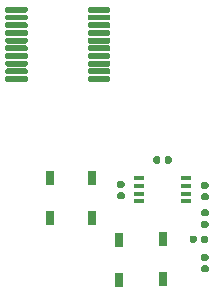
<source format=gbr>
%TF.GenerationSoftware,KiCad,Pcbnew,(5.1.6)-1*%
%TF.CreationDate,2020-09-22T22:17:54+03:00*%
%TF.ProjectId,Tape devboard,54617065-2064-4657-9662-6f6172642e6b,rev?*%
%TF.SameCoordinates,Original*%
%TF.FileFunction,Paste,Top*%
%TF.FilePolarity,Positive*%
%FSLAX46Y46*%
G04 Gerber Fmt 4.6, Leading zero omitted, Abs format (unit mm)*
G04 Created by KiCad (PCBNEW (5.1.6)-1) date 2020-09-22 22:17:54*
%MOMM*%
%LPD*%
G01*
G04 APERTURE LIST*
%ADD10R,0.950000X0.450000*%
%ADD11R,0.750000X1.200000*%
G04 APERTURE END LIST*
%TO.C,U10*%
G36*
G01*
X131201000Y-72384000D02*
X131201000Y-72134000D01*
G75*
G02*
X131326000Y-72009000I125000J0D01*
G01*
X132976000Y-72009000D01*
G75*
G02*
X133101000Y-72134000I0J-125000D01*
G01*
X133101000Y-72384000D01*
G75*
G02*
X132976000Y-72509000I-125000J0D01*
G01*
X131326000Y-72509000D01*
G75*
G02*
X131201000Y-72384000I0J125000D01*
G01*
G37*
G36*
G01*
X131201000Y-73034000D02*
X131201000Y-72784000D01*
G75*
G02*
X131326000Y-72659000I125000J0D01*
G01*
X132976000Y-72659000D01*
G75*
G02*
X133101000Y-72784000I0J-125000D01*
G01*
X133101000Y-73034000D01*
G75*
G02*
X132976000Y-73159000I-125000J0D01*
G01*
X131326000Y-73159000D01*
G75*
G02*
X131201000Y-73034000I0J125000D01*
G01*
G37*
G36*
G01*
X131201000Y-73684000D02*
X131201000Y-73434000D01*
G75*
G02*
X131326000Y-73309000I125000J0D01*
G01*
X132976000Y-73309000D01*
G75*
G02*
X133101000Y-73434000I0J-125000D01*
G01*
X133101000Y-73684000D01*
G75*
G02*
X132976000Y-73809000I-125000J0D01*
G01*
X131326000Y-73809000D01*
G75*
G02*
X131201000Y-73684000I0J125000D01*
G01*
G37*
G36*
G01*
X131201000Y-74334000D02*
X131201000Y-74084000D01*
G75*
G02*
X131326000Y-73959000I125000J0D01*
G01*
X132976000Y-73959000D01*
G75*
G02*
X133101000Y-74084000I0J-125000D01*
G01*
X133101000Y-74334000D01*
G75*
G02*
X132976000Y-74459000I-125000J0D01*
G01*
X131326000Y-74459000D01*
G75*
G02*
X131201000Y-74334000I0J125000D01*
G01*
G37*
G36*
G01*
X131201000Y-74984000D02*
X131201000Y-74734000D01*
G75*
G02*
X131326000Y-74609000I125000J0D01*
G01*
X132976000Y-74609000D01*
G75*
G02*
X133101000Y-74734000I0J-125000D01*
G01*
X133101000Y-74984000D01*
G75*
G02*
X132976000Y-75109000I-125000J0D01*
G01*
X131326000Y-75109000D01*
G75*
G02*
X131201000Y-74984000I0J125000D01*
G01*
G37*
G36*
G01*
X131201000Y-75634000D02*
X131201000Y-75384000D01*
G75*
G02*
X131326000Y-75259000I125000J0D01*
G01*
X132976000Y-75259000D01*
G75*
G02*
X133101000Y-75384000I0J-125000D01*
G01*
X133101000Y-75634000D01*
G75*
G02*
X132976000Y-75759000I-125000J0D01*
G01*
X131326000Y-75759000D01*
G75*
G02*
X131201000Y-75634000I0J125000D01*
G01*
G37*
G36*
G01*
X131201000Y-76284000D02*
X131201000Y-76034000D01*
G75*
G02*
X131326000Y-75909000I125000J0D01*
G01*
X132976000Y-75909000D01*
G75*
G02*
X133101000Y-76034000I0J-125000D01*
G01*
X133101000Y-76284000D01*
G75*
G02*
X132976000Y-76409000I-125000J0D01*
G01*
X131326000Y-76409000D01*
G75*
G02*
X131201000Y-76284000I0J125000D01*
G01*
G37*
G36*
G01*
X131201000Y-76934000D02*
X131201000Y-76684000D01*
G75*
G02*
X131326000Y-76559000I125000J0D01*
G01*
X132976000Y-76559000D01*
G75*
G02*
X133101000Y-76684000I0J-125000D01*
G01*
X133101000Y-76934000D01*
G75*
G02*
X132976000Y-77059000I-125000J0D01*
G01*
X131326000Y-77059000D01*
G75*
G02*
X131201000Y-76934000I0J125000D01*
G01*
G37*
G36*
G01*
X131201000Y-77584000D02*
X131201000Y-77334000D01*
G75*
G02*
X131326000Y-77209000I125000J0D01*
G01*
X132976000Y-77209000D01*
G75*
G02*
X133101000Y-77334000I0J-125000D01*
G01*
X133101000Y-77584000D01*
G75*
G02*
X132976000Y-77709000I-125000J0D01*
G01*
X131326000Y-77709000D01*
G75*
G02*
X131201000Y-77584000I0J125000D01*
G01*
G37*
G36*
G01*
X131201000Y-78234000D02*
X131201000Y-77984000D01*
G75*
G02*
X131326000Y-77859000I125000J0D01*
G01*
X132976000Y-77859000D01*
G75*
G02*
X133101000Y-77984000I0J-125000D01*
G01*
X133101000Y-78234000D01*
G75*
G02*
X132976000Y-78359000I-125000J0D01*
G01*
X131326000Y-78359000D01*
G75*
G02*
X131201000Y-78234000I0J125000D01*
G01*
G37*
G36*
G01*
X124201000Y-78234000D02*
X124201000Y-77984000D01*
G75*
G02*
X124326000Y-77859000I125000J0D01*
G01*
X125976000Y-77859000D01*
G75*
G02*
X126101000Y-77984000I0J-125000D01*
G01*
X126101000Y-78234000D01*
G75*
G02*
X125976000Y-78359000I-125000J0D01*
G01*
X124326000Y-78359000D01*
G75*
G02*
X124201000Y-78234000I0J125000D01*
G01*
G37*
G36*
G01*
X124201000Y-77584000D02*
X124201000Y-77334000D01*
G75*
G02*
X124326000Y-77209000I125000J0D01*
G01*
X125976000Y-77209000D01*
G75*
G02*
X126101000Y-77334000I0J-125000D01*
G01*
X126101000Y-77584000D01*
G75*
G02*
X125976000Y-77709000I-125000J0D01*
G01*
X124326000Y-77709000D01*
G75*
G02*
X124201000Y-77584000I0J125000D01*
G01*
G37*
G36*
G01*
X124201000Y-76934000D02*
X124201000Y-76684000D01*
G75*
G02*
X124326000Y-76559000I125000J0D01*
G01*
X125976000Y-76559000D01*
G75*
G02*
X126101000Y-76684000I0J-125000D01*
G01*
X126101000Y-76934000D01*
G75*
G02*
X125976000Y-77059000I-125000J0D01*
G01*
X124326000Y-77059000D01*
G75*
G02*
X124201000Y-76934000I0J125000D01*
G01*
G37*
G36*
G01*
X124201000Y-76284000D02*
X124201000Y-76034000D01*
G75*
G02*
X124326000Y-75909000I125000J0D01*
G01*
X125976000Y-75909000D01*
G75*
G02*
X126101000Y-76034000I0J-125000D01*
G01*
X126101000Y-76284000D01*
G75*
G02*
X125976000Y-76409000I-125000J0D01*
G01*
X124326000Y-76409000D01*
G75*
G02*
X124201000Y-76284000I0J125000D01*
G01*
G37*
G36*
G01*
X124201000Y-75634000D02*
X124201000Y-75384000D01*
G75*
G02*
X124326000Y-75259000I125000J0D01*
G01*
X125976000Y-75259000D01*
G75*
G02*
X126101000Y-75384000I0J-125000D01*
G01*
X126101000Y-75634000D01*
G75*
G02*
X125976000Y-75759000I-125000J0D01*
G01*
X124326000Y-75759000D01*
G75*
G02*
X124201000Y-75634000I0J125000D01*
G01*
G37*
G36*
G01*
X124201000Y-74984000D02*
X124201000Y-74734000D01*
G75*
G02*
X124326000Y-74609000I125000J0D01*
G01*
X125976000Y-74609000D01*
G75*
G02*
X126101000Y-74734000I0J-125000D01*
G01*
X126101000Y-74984000D01*
G75*
G02*
X125976000Y-75109000I-125000J0D01*
G01*
X124326000Y-75109000D01*
G75*
G02*
X124201000Y-74984000I0J125000D01*
G01*
G37*
G36*
G01*
X124201000Y-74334000D02*
X124201000Y-74084000D01*
G75*
G02*
X124326000Y-73959000I125000J0D01*
G01*
X125976000Y-73959000D01*
G75*
G02*
X126101000Y-74084000I0J-125000D01*
G01*
X126101000Y-74334000D01*
G75*
G02*
X125976000Y-74459000I-125000J0D01*
G01*
X124326000Y-74459000D01*
G75*
G02*
X124201000Y-74334000I0J125000D01*
G01*
G37*
G36*
G01*
X124201000Y-73684000D02*
X124201000Y-73434000D01*
G75*
G02*
X124326000Y-73309000I125000J0D01*
G01*
X125976000Y-73309000D01*
G75*
G02*
X126101000Y-73434000I0J-125000D01*
G01*
X126101000Y-73684000D01*
G75*
G02*
X125976000Y-73809000I-125000J0D01*
G01*
X124326000Y-73809000D01*
G75*
G02*
X124201000Y-73684000I0J125000D01*
G01*
G37*
G36*
G01*
X124201000Y-73034000D02*
X124201000Y-72784000D01*
G75*
G02*
X124326000Y-72659000I125000J0D01*
G01*
X125976000Y-72659000D01*
G75*
G02*
X126101000Y-72784000I0J-125000D01*
G01*
X126101000Y-73034000D01*
G75*
G02*
X125976000Y-73159000I-125000J0D01*
G01*
X124326000Y-73159000D01*
G75*
G02*
X124201000Y-73034000I0J125000D01*
G01*
G37*
G36*
G01*
X124201000Y-72384000D02*
X124201000Y-72134000D01*
G75*
G02*
X124326000Y-72009000I125000J0D01*
G01*
X125976000Y-72009000D01*
G75*
G02*
X126101000Y-72134000I0J-125000D01*
G01*
X126101000Y-72384000D01*
G75*
G02*
X125976000Y-72509000I-125000J0D01*
G01*
X124326000Y-72509000D01*
G75*
G02*
X124201000Y-72384000I0J125000D01*
G01*
G37*
%TD*%
%TO.C,R35*%
G36*
G01*
X140924500Y-90129000D02*
X141269500Y-90129000D01*
G75*
G02*
X141417000Y-90276500I0J-147500D01*
G01*
X141417000Y-90571500D01*
G75*
G02*
X141269500Y-90719000I-147500J0D01*
G01*
X140924500Y-90719000D01*
G75*
G02*
X140777000Y-90571500I0J147500D01*
G01*
X140777000Y-90276500D01*
G75*
G02*
X140924500Y-90129000I147500J0D01*
G01*
G37*
G36*
G01*
X140924500Y-89159000D02*
X141269500Y-89159000D01*
G75*
G02*
X141417000Y-89306500I0J-147500D01*
G01*
X141417000Y-89601500D01*
G75*
G02*
X141269500Y-89749000I-147500J0D01*
G01*
X140924500Y-89749000D01*
G75*
G02*
X140777000Y-89601500I0J147500D01*
G01*
X140777000Y-89306500D01*
G75*
G02*
X140924500Y-89159000I147500J0D01*
G01*
G37*
%TD*%
%TO.C,R34*%
G36*
G01*
X137708000Y-85135500D02*
X137708000Y-84790500D01*
G75*
G02*
X137855500Y-84643000I147500J0D01*
G01*
X138150500Y-84643000D01*
G75*
G02*
X138298000Y-84790500I0J-147500D01*
G01*
X138298000Y-85135500D01*
G75*
G02*
X138150500Y-85283000I-147500J0D01*
G01*
X137855500Y-85283000D01*
G75*
G02*
X137708000Y-85135500I0J147500D01*
G01*
G37*
G36*
G01*
X136738000Y-85135500D02*
X136738000Y-84790500D01*
G75*
G02*
X136885500Y-84643000I147500J0D01*
G01*
X137180500Y-84643000D01*
G75*
G02*
X137328000Y-84790500I0J-147500D01*
G01*
X137328000Y-85135500D01*
G75*
G02*
X137180500Y-85283000I-147500J0D01*
G01*
X136885500Y-85283000D01*
G75*
G02*
X136738000Y-85135500I0J147500D01*
G01*
G37*
%TD*%
D10*
%TO.C,IC13*%
X135566000Y-88478000D03*
X135566000Y-87828000D03*
X135566000Y-87178000D03*
X135566000Y-86528000D03*
X139516000Y-86528000D03*
X139516000Y-87178000D03*
X139516000Y-87828000D03*
X139516000Y-88478000D03*
%TD*%
D11*
%TO.C,D4*%
X128016000Y-89916000D03*
X128016000Y-86516000D03*
%TD*%
%TO.C,D3*%
X137541000Y-95045000D03*
X137541000Y-91645000D03*
%TD*%
%TO.C,D2*%
X131572000Y-86487000D03*
X131572000Y-89887000D03*
%TD*%
%TO.C,D1*%
X133858000Y-91723000D03*
X133858000Y-95123000D03*
%TD*%
%TO.C,C71*%
G36*
G01*
X133812500Y-87716000D02*
X134157500Y-87716000D01*
G75*
G02*
X134305000Y-87863500I0J-147500D01*
G01*
X134305000Y-88158500D01*
G75*
G02*
X134157500Y-88306000I-147500J0D01*
G01*
X133812500Y-88306000D01*
G75*
G02*
X133665000Y-88158500I0J147500D01*
G01*
X133665000Y-87863500D01*
G75*
G02*
X133812500Y-87716000I147500J0D01*
G01*
G37*
G36*
G01*
X133812500Y-86746000D02*
X134157500Y-86746000D01*
G75*
G02*
X134305000Y-86893500I0J-147500D01*
G01*
X134305000Y-87188500D01*
G75*
G02*
X134157500Y-87336000I-147500J0D01*
G01*
X133812500Y-87336000D01*
G75*
G02*
X133665000Y-87188500I0J147500D01*
G01*
X133665000Y-86893500D01*
G75*
G02*
X133812500Y-86746000I147500J0D01*
G01*
G37*
%TD*%
%TO.C,C70*%
G36*
G01*
X141269500Y-87417000D02*
X140924500Y-87417000D01*
G75*
G02*
X140777000Y-87269500I0J147500D01*
G01*
X140777000Y-86974500D01*
G75*
G02*
X140924500Y-86827000I147500J0D01*
G01*
X141269500Y-86827000D01*
G75*
G02*
X141417000Y-86974500I0J-147500D01*
G01*
X141417000Y-87269500D01*
G75*
G02*
X141269500Y-87417000I-147500J0D01*
G01*
G37*
G36*
G01*
X141269500Y-88387000D02*
X140924500Y-88387000D01*
G75*
G02*
X140777000Y-88239500I0J147500D01*
G01*
X140777000Y-87944500D01*
G75*
G02*
X140924500Y-87797000I147500J0D01*
G01*
X141269500Y-87797000D01*
G75*
G02*
X141417000Y-87944500I0J-147500D01*
G01*
X141417000Y-88239500D01*
G75*
G02*
X141269500Y-88387000I-147500J0D01*
G01*
G37*
%TD*%
%TO.C,C69*%
G36*
G01*
X140924500Y-93893000D02*
X141269500Y-93893000D01*
G75*
G02*
X141417000Y-94040500I0J-147500D01*
G01*
X141417000Y-94335500D01*
G75*
G02*
X141269500Y-94483000I-147500J0D01*
G01*
X140924500Y-94483000D01*
G75*
G02*
X140777000Y-94335500I0J147500D01*
G01*
X140777000Y-94040500D01*
G75*
G02*
X140924500Y-93893000I147500J0D01*
G01*
G37*
G36*
G01*
X140924500Y-92923000D02*
X141269500Y-92923000D01*
G75*
G02*
X141417000Y-93070500I0J-147500D01*
G01*
X141417000Y-93365500D01*
G75*
G02*
X141269500Y-93513000I-147500J0D01*
G01*
X140924500Y-93513000D01*
G75*
G02*
X140777000Y-93365500I0J147500D01*
G01*
X140777000Y-93070500D01*
G75*
G02*
X140924500Y-92923000I147500J0D01*
G01*
G37*
%TD*%
%TO.C,C68*%
G36*
G01*
X140779000Y-91866500D02*
X140779000Y-91521500D01*
G75*
G02*
X140926500Y-91374000I147500J0D01*
G01*
X141221500Y-91374000D01*
G75*
G02*
X141369000Y-91521500I0J-147500D01*
G01*
X141369000Y-91866500D01*
G75*
G02*
X141221500Y-92014000I-147500J0D01*
G01*
X140926500Y-92014000D01*
G75*
G02*
X140779000Y-91866500I0J147500D01*
G01*
G37*
G36*
G01*
X139809000Y-91866500D02*
X139809000Y-91521500D01*
G75*
G02*
X139956500Y-91374000I147500J0D01*
G01*
X140251500Y-91374000D01*
G75*
G02*
X140399000Y-91521500I0J-147500D01*
G01*
X140399000Y-91866500D01*
G75*
G02*
X140251500Y-92014000I-147500J0D01*
G01*
X139956500Y-92014000D01*
G75*
G02*
X139809000Y-91866500I0J147500D01*
G01*
G37*
%TD*%
M02*

</source>
